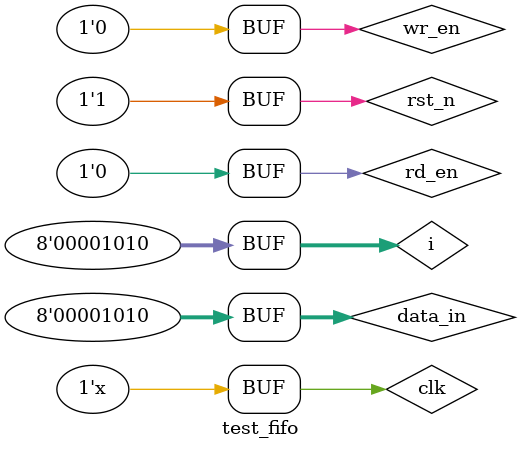
<source format=v>
`timescale 1ns / 1ps


module test_fifo(

    );

    reg rst_n;
    reg clk;
    reg wr_en;
    reg rd_en;
    reg [7:0] data_in;
    wire[7:0] data_out;
    wire full;
    wire empty;

    reg [7:0] i;


    initial begin
        rst_n = 0;
        clk = 0;
        wr_en = 0;
        rd_en = 0;

        #100
        rst_n = 1;

        #20
        wr_en = 1;
        data_in = 8'h00;


        for ( i= 0; i<10; i = i+1) begin
            #10
            data_in = data_in + 1;
        end

        #10
        wr_en = 0;

        #20
        rd_en = 1;

        #40
        rd_en = 0;

    end

    always #5 clk = ~clk;

    fifo_generator_0 fifo_inst(
        .srst(~rst_n),
        .clk(clk),
        .din(data_in),
        .wr_en(wr_en),
        .rd_en(rd_en),
        .dout(data_out),
        .full(full),
        .empty(empty)
    );

endmodule

</source>
